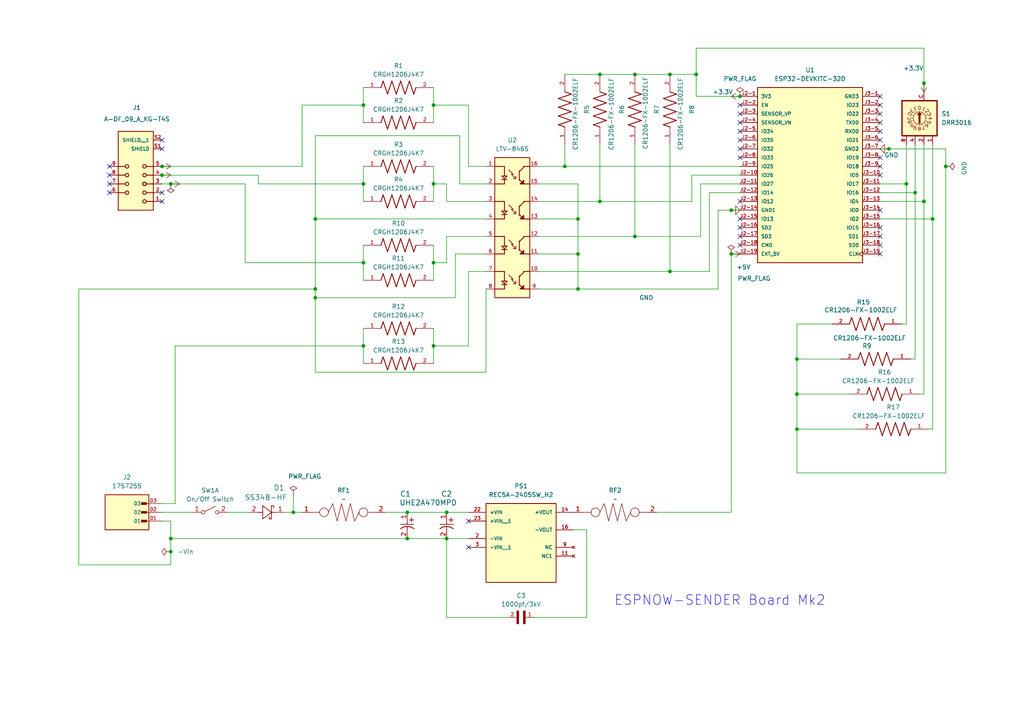
<source format=kicad_sch>
(kicad_sch (version 20250114) (generator "eeschema") (generator_version "9.0")
  (paper "A4")
  (lib_symbols
    (symbol "1757255:1757255" (pin_names (offset 1.016))
      (property "Reference" "J" (at -6.85 5.08 0))
      (property "Value" "1757255" (at -6.35 -7.62 0))
      (symbol "1757255_0_0"
        (pin passive line (at -10.16 2.54 0) (length 5.08) (name "01") (number "01"))
        (pin passive line (at -10.16 0 0) (length 5.08) (name "02") (number "02"))
        (pin passive line (at -10.16 -2.54 0) (length 5.08) (name "03") (number "03"))
      )
    )
    (symbol "2025-03-08_07-44-24:SS34B-HF" (pin_names (offset 0.254))
      (property "Reference" "CR" (at 5.08 4.445 0))
      (property "Value" "SS34B-HF" (at 5.08 -3.81 0))
      (symbol "SS34B-HF_0_1"
        (pin unspecified line (at 0 0 0) (length 2.54) (name "") (number "2"))
        (pin unspecified line (at 10.16 0 180) (length 2.54) (name "") (number "1"))
      )
    )
    (symbol "2025-04-04_11-54-12:UHE2A470MPD" (pin_names (offset 0.254))
      (property "Reference" "C" (at 3.81 3.81 0))
      (property "Value" "UHE2A470MPD" (at 3.81 -3.81 0))
      (symbol "UHE2A470MPD_1_1"
        (pin unspecified line (at 0 0 0) (length 2.54) (name "") (number "1"))
        (pin unspecified line (at 7.62 0 180) (length 2.54) (name "") (number "2"))
      )
      (symbol "UHE2A470MPD_1_2"
        (pin unspecified line (at 0 0 270) (length 2.54) (name "") (number "2"))
        (pin unspecified line (at 0 -7.62 90) (length 2.54) (name "") (number "1"))
      )
    )
    (symbol "A-DF_09_A_KG-T4S:A-DF_09_A_KG-T4S" (pin_names (offset 1.016))
      (property "Reference" "J" (at -5.08 10.795 0))
      (property "Value" "A-DF_09_A_KG-T4S" (at -5.08 -15.24 0))
      (symbol "A-DF_09_A_KG-T4S_0_0"
        (pin passive line (at -7.62 7.62 0) (length 2.54) (name "~") (number "1"))
        (pin passive line (at -7.62 5.08 0) (length 2.54) (name "~") (number "2"))
        (pin passive line (at -7.62 2.54 0) (length 2.54) (name "~") (number "3"))
        (pin passive line (at -7.62 0 0) (length 2.54) (name "~") (number "4"))
        (pin passive line (at -7.62 -2.54 0) (length 2.54) (name "~") (number "5"))
        (pin passive line (at -7.62 -7.62 0) (length 2.54) (name "SHIELD") (number "S1"))
        (pin passive line (at -7.62 -10.16 0) (length 2.54) (name "SHIELD__1") (number "S2"))
        (pin passive line (at 7.62 5.08 180) (length 2.54) (name "~") (number "6"))
        (pin passive line (at 7.62 2.54 180) (length 2.54) (name "~") (number "7"))
        (pin passive line (at 7.62 0 180) (length 2.54) (name "~") (number "8"))
        (pin passive line (at 7.62 -2.54 180) (length 2.54) (name "~") (number "9"))
      )
    )
    (symbol "CL31B106KAHNNNE:CL31B106KAHNNNE" (pin_names (offset 1.016))
      (property "Reference" "C" (at 0 3.81 0))
      (property "Value" "CL31B106KAHNNNE" (at 0 -5.08 0))
      (symbol "CL31B106KAHNNNE_0_0"
        (pin passive line (at -2.54 0 0) (length 2.54) (name "~") (number "2"))
        (pin passive line (at 5.08 0 180) (length 2.54) (name "~") (number "1"))
      )
    )
    (symbol "CR1206-FX-1002ELF:CR1206-FX-1002ELF" (pin_names (offset 1.016))
      (property "Reference" "R" (at -7.6244 2.5415 0))
      (property "Value" "CR1206-FX-1002ELF" (at -7.63 -5.0866 0))
      (symbol "CR1206-FX-1002ELF_0_0"
        (pin passive line (at -10.16 0 0) (length 5.08) (name "~") (number "1"))
        (pin passive line (at 10.16 0 180) (length 5.08) (name "~") (number "2"))
      )
    )
    (symbol "CRGH1206J4K7:CRGH1206J4K7" (pin_names (offset 1.016))
      (property "Reference" "R" (at -7.6244 2.5415 0))
      (property "Value" "CRGH1206J4K7" (at -7.63 -5.0866 0))
      (symbol "CRGH1206J4K7_0_0"
        (pin passive line (at -10.16 0 0) (length 5.08) (name "~") (number "1"))
        (pin passive line (at 10.16 0 180) (length 5.08) (name "~") (number "2"))
      )
    )
    (symbol "DRR3016:DRR3016" (pin_names (offset 1.016))
      (property "Reference" "S" (at -4.4499 -5.0856 90))
      (property "Value" "DRR3016" (at 8.9007 -5.0861 90))
      (symbol "DRR3016_0_0"
        (pin passive line (at -2.54 7.62 270) (length 2.54) (name "~") (number "1"))
        (pin passive line (at 0 7.62 270) (length 2.54) (name "~") (number "2"))
        (pin passive line (at 0 -7.62 90) (length 2.54) (name "~") (number "C"))
        (pin passive line (at 2.54 7.62 270) (length 2.54) (name "~") (number "4"))
        (pin passive line (at 5.08 7.62 270) (length 2.54) (name "~") (number "8"))
      )
    )
    (symbol "ESP32-DEVKITC-32D:ESP32-DEVKITC-32D" (pin_names (offset 1.016))
      (property "Reference" "U" (at -15.2572 26.0643 0))
      (property "Value" "ESP32-DEVKITC-32D" (at -15.2563 -27.9698 0))
      (symbol "ESP32-DEVKITC-32D_0_0"
        (pin power_in line (at -20.32 22.86 0) (length 5.08) (name "3V3") (number "J2-1"))
        (pin input line (at -20.32 20.32 0) (length 5.08) (name "EN") (number "J2-2"))
        (pin input line (at -20.32 17.78 0) (length 5.08) (name "SENSOR_VP") (number "J2-3"))
        (pin input line (at -20.32 15.24 0) (length 5.08) (name "SENSOR_VN") (number "J2-4"))
        (pin bidirectional line (at -20.32 12.7 0) (length 5.08) (name "IO34") (number "J2-5"))
        (pin bidirectional line (at -20.32 10.16 0) (length 5.08) (name "IO35") (number "J2-6"))
        (pin bidirectional line (at -20.32 7.62 0) (length 5.08) (name "IO32") (number "J2-7"))
        (pin bidirectional line (at -20.32 5.08 0) (length 5.08) (name "IO33") (number "J2-8"))
        (pin bidirectional line (at -20.32 2.54 0) (length 5.08) (name "IO25") (number "J2-9"))
        (pin bidirectional line (at -20.32 0 0) (length 5.08) (name "IO26") (number "J2-10"))
        (pin bidirectional line (at -20.32 -2.54 0) (length 5.08) (name "IO27") (number "J2-11"))
        (pin bidirectional line (at -20.32 -5.08 0) (length 5.08) (name "IO14") (number "J2-12"))
        (pin bidirectional line (at -20.32 -7.62 0) (length 5.08) (name "IO12") (number "J2-13"))
        (pin power_in line (at -20.32 -10.16 0) (length 5.08) (name "GND1") (number "J2-14"))
        (pin bidirectional line (at -20.32 -12.7 0) (length 5.08) (name "IO13") (number "J2-15"))
        (pin bidirectional line (at -20.32 -15.24 0) (length 5.08) (name "SD2") (number "J2-16"))
        (pin bidirectional line (at -20.32 -17.78 0) (length 5.08) (name "SD3") (number "J2-17"))
        (pin bidirectional line (at -20.32 -20.32 0) (length 5.08) (name "CMD") (number "J2-18"))
        (pin power_in line (at -20.32 -22.86 0) (length 5.08) (name "EXT_5V") (number "J2-19"))
        (pin power_in line (at 20.32 22.86 180) (length 5.08) (name "GND3") (number "J3-1"))
        (pin bidirectional line (at 20.32 20.32 180) (length 5.08) (name "IO23") (number "J3-2"))
        (pin bidirectional line (at 20.32 17.78 180) (length 5.08) (name "IO22") (number "J3-3"))
        (pin output line (at 20.32 15.24 180) (length 5.08) (name "TXD0") (number "J3-4"))
        (pin input line (at 20.32 12.7 180) (length 5.08) (name "RXD0") (number "J3-5"))
        (pin bidirectional line (at 20.32 10.16 180) (length 5.08) (name "IO21") (number "J3-6"))
        (pin power_in line (at 20.32 7.62 180) (length 5.08) (name "GND2") (number "J3-7"))
        (pin bidirectional line (at 20.32 5.08 180) (length 5.08) (name "IO19") (number "J3-8"))
        (pin bidirectional line (at 20.32 2.54 180) (length 5.08) (name "IO18") (number "J3-9"))
        (pin bidirectional line (at 20.32 0 180) (length 5.08) (name "IO5") (number "J3-10"))
        (pin bidirectional line (at 20.32 -2.54 180) (length 5.08) (name "IO17") (number "J3-11"))
        (pin bidirectional line (at 20.32 -5.08 180) (length 5.08) (name "IO16") (number "J3-12"))
        (pin bidirectional line (at 20.32 -7.62 180) (length 5.08) (name "IO4") (number "J3-13"))
        (pin bidirectional line (at 20.32 -10.16 180) (length 5.08) (name "IO0") (number "J3-14"))
        (pin bidirectional line (at 20.32 -12.7 180) (length 5.08) (name "IO2") (number "J3-15"))
        (pin bidirectional line (at 20.32 -15.24 180) (length 5.08) (name "IO15") (number "J3-16"))
        (pin bidirectional line (at 20.32 -17.78 180) (length 5.08) (name "SD1") (number "J3-17"))
        (pin bidirectional line (at 20.32 -20.32 180) (length 5.08) (name "SD0") (number "J3-18"))
        (pin input clock (at 20.32 -22.86 180) (length 5.08) (name "CLK") (number "J3-19"))
      )
    )
    (symbol "LTV-846S:LTV-846S" (pin_names (offset 1.016))
      (property "Reference" "U" (at -5.08 21.082 0))
      (property "Value" "LTV-846S" (at -5.08 -22.86 0))
      (symbol "LTV-846S_0_0"
        (pin passive line (at -7.62 17.78 0) (length 2.54) (name "~") (number "1"))
        (pin passive line (at -7.62 12.7 0) (length 2.54) (name "~") (number "2"))
        (pin passive line (at -7.62 7.62 0) (length 2.54) (name "~") (number "3"))
        (pin passive line (at -7.62 2.54 0) (length 2.54) (name "~") (number "4"))
        (pin passive line (at -7.62 -2.54 0) (length 2.54) (name "~") (number "5"))
        (pin passive line (at -7.62 -7.62 0) (length 2.54) (name "~") (number "6"))
        (pin passive line (at -7.62 -12.7 0) (length 2.54) (name "~") (number "7"))
        (pin passive line (at -7.62 -17.78 0) (length 2.54) (name "~") (number "8"))
        (pin passive line (at 7.62 17.78 180) (length 2.54) (name "~") (number "16"))
        (pin passive line (at 7.62 12.7 180) (length 2.54) (name "~") (number "15"))
        (pin passive line (at 7.62 7.62 180) (length 2.54) (name "~") (number "14"))
        (pin passive line (at 7.62 2.54 180) (length 2.54) (name "~") (number "13"))
        (pin passive line (at 7.62 -2.54 180) (length 2.54) (name "~") (number "12"))
        (pin passive line (at 7.62 -7.62 180) (length 2.54) (name "~") (number "11"))
        (pin passive line (at 7.62 -12.7 180) (length 2.54) (name "~") (number "10"))
        (pin passive line (at 7.62 -17.78 180) (length 2.54) (name "~") (number "9"))
      )
    )
    (symbol "REC5A-2405SW_H2:REC5A-2405SW_H2" (pin_names (offset 1.016))
      (property "Reference" "PS" (at -10.1639 8.8979 0))
      (property "Value" "REC5A-2405SW_H2" (at -10.1614 -17.7827 0))
      (symbol "REC5A-2405SW_H2_0_0"
        (pin input line (at -15.24 5.08 0) (length 5.08) (name "+VIN") (number "22"))
        (pin input line (at -15.24 2.54 0) (length 5.08) (name "+VIN__1") (number "23"))
        (pin input line (at -15.24 -2.54 0) (length 5.08) (name "-VIN") (number "2"))
        (pin input line (at -15.24 -5.08 0) (length 5.08) (name "-VIN__1") (number "3"))
        (pin output line (at 15.24 5.08 180) (length 5.08) (name "+VOUT") (number "14"))
        (pin output line (at 15.24 0 180) (length 5.08) (name "-VOUT") (number "16"))
        (pin no_connect line (at 15.24 -5.08 180) (length 5.08) (name "NC") (number "9"))
        (pin no_connect line (at 15.24 -7.62 180) (length 5.08) (name "NC1") (number "11"))
      )
    )
    (symbol "Switch:SW_DPST_x2" (pin_names (offset 0) (hide yes))
      (property "Reference" "SW" (at 0 3.175 0))
      (property "Value" "SW_DPST_x2" (at 0 -2.54 0))
      (symbol "SW_DPST_x2_1_1"
        (pin passive line (at -5.08 0 0) (length 2.54) (name "A") (number "1"))
        (pin passive line (at 5.08 0 180) (length 2.54) (name "B") (number "2"))
      )
      (symbol "SW_DPST_x2_2_1"
        (pin passive line (at -5.08 0 0) (length 2.54) (name "A") (number "3"))
        (pin passive line (at 5.08 0 180) (length 2.54) (name "B") (number "4"))
      )
    )
    (symbol "custom_library:reset_fuse"
      (property "Reference" "RF" (at 0 3.81 0))
      (symbol "reset_fuse_1_1"
        (pin bidirectional line (at -12.7 0 0) (length 2.54) (name "") (number "1"))
        (pin bidirectional line (at 11.43 0 180) (length 2.54) (name "") (number "2"))
      )
    )
    (symbol "power:+24V" (power) (pin_numbers (hide yes)) (pin_names (offset 0) (hide yes))
      (property "Value" "+24V" (at 0 3.556 0))
      (symbol "+24V_1_1"
        (pin power_in line (at 0 0 90) (length 0) (name "~") (number "1"))
      )
    )
    (symbol "power:+3.3V" (power) (pin_numbers (hide yes)) (pin_names (offset 0) (hide yes))
      (property "Value" "+3.3V" (at 0 3.556 0))
      (symbol "+3.3V_1_1"
        (pin power_in line (at 0 0 90) (length 0) (name "~") (number "1"))
      )
    )
    (symbol "power:+5V" (power) (pin_numbers (hide yes)) (pin_names (offset 0) (hide yes))
      (property "Value" "+5V" (at 0 3.556 0))
      (symbol "+5V_1_1"
        (pin power_in line (at 0 0 90) (length 0) (name "~") (number "1"))
      )
    )
    (symbol "power:GND" (power) (pin_numbers (hide yes)) (pin_names (offset 0) (hide yes))
      (property "Value" "GND" (at 0 -3.81 0))
      (symbol "GND_1_1"
        (pin power_in line (at 0 0 270) (length 0) (name "~") (number "1"))
      )
    )
    (symbol "power:PWR_FLAG" (power) (pin_numbers (hide yes)) (pin_names (offset 0) (hide yes))
      (property "Value" "PWR_FLAG" (at 0 3.81 0))
      (symbol "PWR_FLAG_0_0"
        (pin power_out line (at 0 0 90) (length 0) (name "~") (number "1"))
      )
    )
  )
  (text "ESPNOW-SENDER Board Mk2\n" (at 208.788 174.244 0) (effects (font (size 2.794 2.794))))
  (junction (at 262.89 53.34))
  (junction (at 231.14 124.46))
  (junction (at 265.43 55.88))
  (junction (at 129.54 156.21))
  (junction (at 194.31 78.74))
  (junction (at 91.44 83.82))
  (junction (at 173.99 58.42))
  (junction (at 105.41 100.33))
  (junction (at 184.15 68.58))
  (junction (at 46.99 50.8))
  (junction (at 91.44 86.36))
  (junction (at 125.73 100.33))
  (junction (at 125.73 76.2))
  (junction (at 49.53 53.34))
  (junction (at 85.09 148.59))
  (junction (at 167.64 73.66))
  (junction (at 91.44 63.5))
  (junction (at 212.09 60.96))
  (junction (at 105.41 53.34))
  (junction (at 167.64 83.82))
  (junction (at 49.53 160.02))
  (junction (at 257.81 43.18))
  (junction (at 274.32 48.26))
  (junction (at 105.41 30.48))
  (junction (at 118.11 156.21))
  (junction (at 167.64 63.5))
  (junction (at 184.15 21.59))
  (junction (at 212.09 73.66))
  (junction (at 194.31 21.59))
  (junction (at 270.51 63.5))
  (junction (at 105.41 76.2))
  (junction (at 49.53 156.21))
  (junction (at 267.97 24.13))
  (junction (at 129.54 148.59))
  (junction (at 118.11 148.59))
  (junction (at 173.99 21.59))
  (junction (at 125.73 53.34))
  (junction (at 163.83 48.26))
  (junction (at 125.73 30.48))
  (junction (at 231.14 104.14))
  (junction (at 267.97 58.42))
  (junction (at 201.93 21.59))
  (junction (at 231.14 114.3))
  (junction (at 46.99 48.26))
  (junction (at 214.63 27.94))
  (no_connect (at 46.99 58.42))
  (no_connect (at 255.27 71.12))
  (no_connect (at 255.27 48.26))
  (no_connect (at 214.63 30.48))
  (no_connect (at 214.63 68.58))
  (no_connect (at 255.27 38.1))
  (no_connect (at 214.63 71.12))
  (no_connect (at 214.63 35.56))
  (no_connect (at 46.99 55.88))
  (no_connect (at 255.27 27.94))
  (no_connect (at 255.27 68.58))
  (no_connect (at 255.27 60.96))
  (no_connect (at 255.27 45.72))
  (no_connect (at 255.27 35.56))
  (no_connect (at 31.75 53.34))
  (no_connect (at 255.27 66.04))
  (no_connect (at 214.63 58.42))
  (no_connect (at 255.27 73.66))
  (no_connect (at 31.75 48.26))
  (no_connect (at 255.27 30.48))
  (no_connect (at 214.63 40.64))
  (no_connect (at 255.27 50.8))
  (no_connect (at 214.63 38.1))
  (no_connect (at 46.99 40.64))
  (no_connect (at 214.63 63.5))
  (no_connect (at 214.63 45.72))
  (no_connect (at 135.89 151.13))
  (no_connect (at 255.27 40.64))
  (no_connect (at 214.63 33.02))
  (no_connect (at 46.99 43.18))
  (no_connect (at 31.75 50.8))
  (no_connect (at 135.89 158.75))
  (no_connect (at 214.63 43.18))
  (no_connect (at 214.63 66.04))
  (no_connect (at 31.75 55.88))
  (no_connect (at 255.27 33.02))
  (wire (pts (xy 125.73 71.12) (xy 125.73 76.2)))
  (wire (pts (xy 231.14 124.46) (xy 231.14 137.16)))
  (wire (pts (xy 190.5 148.59) (xy 212.09 148.59)))
  (wire (pts (xy 267.97 114.3) (xy 266.7 114.3)))
  (wire (pts (xy 105.41 76.2) (xy 105.41 81.28)))
  (wire (pts (xy 212.09 60.96) (xy 208.28 60.96)))
  (wire (pts (xy 49.53 160.02) (xy 49.53 163.83)))
  (wire (pts (xy 125.73 100.33) (xy 135.89 100.33)))
  (wire (pts (xy 267.97 13.97) (xy 267.97 24.13)))
  (wire (pts (xy 246.38 114.3) (xy 231.14 114.3)))
  (wire (pts (xy 167.64 83.82) (xy 208.28 83.82)))
  (wire (pts (xy 129.54 76.2) (xy 129.54 68.58)))
  (wire (pts (xy 262.89 53.34) (xy 262.89 41.91)))
  (wire (pts (xy 105.41 53.34) (xy 105.41 58.42)))
  (wire (pts (xy 166.37 153.67) (xy 170.18 153.67)))
  (wire (pts (xy 267.97 24.13) (xy 267.97 26.67)))
  (wire (pts (xy 201.93 21.59) (xy 201.93 27.94)))
  (wire (pts (xy 231.14 114.3) (xy 231.14 124.46)))
  (wire (pts (xy 156.21 63.5) (xy 167.64 63.5)))
  (wire (pts (xy 212.09 60.96) (xy 214.63 60.96)))
  (wire (pts (xy 173.99 58.42) (xy 200.66 58.42)))
  (wire (pts (xy 262.89 93.98) (xy 262.89 53.34)))
  (wire (pts (xy 184.15 68.58) (xy 203.2 68.58)))
  (wire (pts (xy 170.18 179.07) (xy 170.18 153.67)))
  (wire (pts (xy 156.21 78.74) (xy 194.31 78.74)))
  (wire (pts (xy 132.08 86.36) (xy 91.44 86.36)))
  (wire (pts (xy 91.44 39.37) (xy 91.44 63.5)))
  (wire (pts (xy 241.3 93.98) (xy 231.14 93.98)))
  (wire (pts (xy 173.99 21.59) (xy 184.15 21.59)))
  (wire (pts (xy 129.54 179.07) (xy 147.32 179.07)))
  (wire (pts (xy 129.54 179.07) (xy 129.54 156.21)))
  (wire (pts (xy 255.27 55.88) (xy 265.43 55.88)))
  (wire (pts (xy 129.54 58.42) (xy 140.97 58.42)))
  (wire (pts (xy 105.41 30.48) (xy 105.41 35.56)))
  (wire (pts (xy 133.35 53.34) (xy 140.97 53.34)))
  (wire (pts (xy 156.21 73.66) (xy 167.64 73.66)))
  (wire (pts (xy 118.11 148.59) (xy 129.54 148.59)))
  (wire (pts (xy 205.74 55.88) (xy 205.74 78.74)))
  (wire (pts (xy 85.09 148.59) (xy 87.63 148.59)))
  (wire (pts (xy 140.97 63.5) (xy 91.44 63.5)))
  (wire (pts (xy 163.83 21.59) (xy 173.99 21.59)))
  (wire (pts (xy 267.97 58.42) (xy 267.97 41.91)))
  (wire (pts (xy 49.53 151.13) (xy 49.53 156.21)))
  (wire (pts (xy 46.99 151.13) (xy 49.53 151.13)))
  (wire (pts (xy 46.99 48.26) (xy 87.63 48.26)))
  (wire (pts (xy 129.54 68.58) (xy 140.97 68.58)))
  (wire (pts (xy 262.89 93.98) (xy 261.62 93.98)))
  (wire (pts (xy 125.73 100.33) (xy 125.73 105.41)))
  (wire (pts (xy 125.73 95.25) (xy 125.73 100.33)))
  (wire (pts (xy 105.41 71.12) (xy 105.41 76.2)))
  (wire (pts (xy 156.21 53.34) (xy 167.64 53.34)))
  (wire (pts (xy 231.14 124.46) (xy 248.92 124.46)))
  (wire (pts (xy 257.81 43.18) (xy 274.32 43.18)))
  (wire (pts (xy 22.86 163.83) (xy 22.86 83.82)))
  (wire (pts (xy 87.63 30.48) (xy 105.41 30.48)))
  (wire (pts (xy 46.99 146.05) (xy 50.8 146.05)))
  (wire (pts (xy 154.94 179.07) (xy 170.18 179.07)))
  (wire (pts (xy 140.97 107.95) (xy 91.44 107.95)))
  (wire (pts (xy 125.73 76.2) (xy 125.73 81.28)))
  (wire (pts (xy 163.83 41.91) (xy 163.83 48.26)))
  (wire (pts (xy 156.21 68.58) (xy 184.15 68.58)))
  (wire (pts (xy 257.81 43.18) (xy 255.27 43.18)))
  (wire (pts (xy 270.51 124.46) (xy 269.24 124.46)))
  (wire (pts (xy 255.27 58.42) (xy 267.97 58.42)))
  (wire (pts (xy 274.32 43.18) (xy 274.32 48.26)))
  (wire (pts (xy 200.66 58.42) (xy 200.66 50.8)))
  (wire (pts (xy 105.41 100.33) (xy 105.41 105.41)))
  (wire (pts (xy 49.53 53.34) (xy 71.12 53.34)))
  (wire (pts (xy 50.8 146.05) (xy 50.8 100.33)))
  (wire (pts (xy 212.09 73.66) (xy 214.63 73.66)))
  (wire (pts (xy 203.2 68.58) (xy 203.2 53.34)))
  (wire (pts (xy 270.51 63.5) (xy 270.51 41.91)))
  (wire (pts (xy 105.41 30.48) (xy 105.41 25.4)))
  (wire (pts (xy 163.83 48.26) (xy 214.63 48.26)))
  (wire (pts (xy 135.89 48.26) (xy 140.97 48.26)))
  (wire (pts (xy 255.27 63.5) (xy 270.51 63.5)))
  (wire (pts (xy 125.73 30.48) (xy 125.73 35.56)))
  (wire (pts (xy 125.73 25.4) (xy 125.73 30.48)))
  (wire (pts (xy 129.54 156.21) (xy 118.11 156.21)))
  (wire (pts (xy 267.97 114.3) (xy 267.97 58.42)))
  (wire (pts (xy 194.31 78.74) (xy 205.74 78.74)))
  (wire (pts (xy 74.93 53.34) (xy 105.41 53.34)))
  (wire (pts (xy 105.41 95.25) (xy 105.41 100.33)))
  (wire (pts (xy 125.73 76.2) (xy 129.54 76.2)))
  (wire (pts (xy 167.64 73.66) (xy 167.64 83.82)))
  (wire (pts (xy 201.93 13.97) (xy 267.97 13.97)))
  (wire (pts (xy 274.32 48.26) (xy 274.32 137.16)))
  (wire (pts (xy 22.86 83.82) (xy 91.44 83.82)))
  (wire (pts (xy 167.64 53.34) (xy 167.64 63.5)))
  (wire (pts (xy 87.63 48.26) (xy 87.63 30.48)))
  (wire (pts (xy 133.35 39.37) (xy 133.35 53.34)))
  (wire (pts (xy 194.31 41.91) (xy 194.31 78.74)))
  (wire (pts (xy 135.89 156.21) (xy 129.54 156.21)))
  (wire (pts (xy 105.41 53.34) (xy 105.41 48.26)))
  (wire (pts (xy 66.04 148.59) (xy 72.39 148.59)))
  (wire (pts (xy 49.53 156.21) (xy 49.53 160.02)))
  (wire (pts (xy 203.2 53.34) (xy 214.63 53.34)))
  (wire (pts (xy 201.93 27.94) (xy 214.63 27.94)))
  (wire (pts (xy 111.76 148.59) (xy 118.11 148.59)))
  (wire (pts (xy 50.8 100.33) (xy 105.41 100.33)))
  (wire (pts (xy 265.43 104.14) (xy 264.16 104.14)))
  (wire (pts (xy 265.43 55.88) (xy 265.43 104.14)))
  (wire (pts (xy 49.53 163.83) (xy 22.86 163.83)))
  (wire (pts (xy 118.11 156.21) (xy 49.53 156.21)))
  (wire (pts (xy 205.74 55.88) (xy 214.63 55.88)))
  (wire (pts (xy 231.14 137.16) (xy 274.32 137.16)))
  (wire (pts (xy 167.64 63.5) (xy 167.64 73.66)))
  (wire (pts (xy 85.09 143.51) (xy 85.09 148.59)))
  (wire (pts (xy 167.64 83.82) (xy 156.21 83.82)))
  (wire (pts (xy 201.93 13.97) (xy 201.93 21.59)))
  (wire (pts (xy 129.54 53.34) (xy 129.54 58.42)))
  (wire (pts (xy 125.73 53.34) (xy 129.54 53.34)))
  (wire (pts (xy 74.93 50.8) (xy 74.93 53.34)))
  (wire (pts (xy 132.08 73.66) (xy 132.08 86.36)))
  (wire (pts (xy 200.66 50.8) (xy 214.63 50.8)))
  (wire (pts (xy 132.08 73.66) (xy 140.97 73.66)))
  (wire (pts (xy 156.21 58.42) (xy 173.99 58.42)))
  (wire (pts (xy 231.14 93.98) (xy 231.14 104.14)))
  (wire (pts (xy 91.44 86.36) (xy 91.44 83.82)))
  (wire (pts (xy 71.12 76.2) (xy 105.41 76.2)))
  (wire (pts (xy 231.14 104.14) (xy 231.14 114.3)))
  (wire (pts (xy 140.97 107.95) (xy 140.97 83.82)))
  (wire (pts (xy 265.43 55.88) (xy 265.43 41.91)))
  (wire (pts (xy 194.31 21.59) (xy 201.93 21.59)))
  (wire (pts (xy 46.99 53.34) (xy 49.53 53.34)))
  (wire (pts (xy 135.89 30.48) (xy 135.89 48.26)))
  (wire (pts (xy 255.27 53.34) (xy 262.89 53.34)))
  (wire (pts (xy 91.44 63.5) (xy 91.44 83.82)))
  (wire (pts (xy 46.99 50.8) (xy 74.93 50.8)))
  (wire (pts (xy 125.73 48.26) (xy 125.73 53.34)))
  (wire (pts (xy 125.73 53.34) (xy 125.73 58.42)))
  (wire (pts (xy 135.89 100.33) (xy 135.89 78.74)))
  (wire (pts (xy 129.54 148.59) (xy 135.89 148.59)))
  (wire (pts (xy 91.44 86.36) (xy 91.44 107.95)))
  (wire (pts (xy 82.55 148.59) (xy 85.09 148.59)))
  (wire (pts (xy 156.21 48.26) (xy 163.83 48.26)))
  (wire (pts (xy 243.84 104.14) (xy 231.14 104.14)))
  (wire (pts (xy 46.99 148.59) (xy 55.88 148.59)))
  (wire (pts (xy 125.73 30.48) (xy 135.89 30.48)))
  (wire (pts (xy 184.15 21.59) (xy 194.31 21.59)))
  (wire (pts (xy 173.99 41.91) (xy 173.99 58.42)))
  (wire (pts (xy 91.44 39.37) (xy 133.35 39.37)))
  (wire (pts (xy 184.15 41.91) (xy 184.15 68.58)))
  (wire (pts (xy 71.12 53.34) (xy 71.12 76.2)))
  (wire (pts (xy 270.51 124.46) (xy 270.51 63.5)))
  (wire (pts (xy 212.09 73.66) (xy 212.09 148.59)))
  (wire (pts (xy 208.28 60.96) (xy 208.28 83.82)))
  (wire (pts (xy 135.89 78.74) (xy 140.97 78.74)))
  (symbol (lib_id "ESP32-DEVKITC-32D:ESP32-DEVKITC-32D") (at 234.95 50.8 0) (unit 1)
    (property "Reference" "U1" (at 234.95 20.32 0))
    (property "Value" "ESP32-DEVKITC-32D" (at 234.95 22.86 0))
    (property "Footprint" "footprints:MODULE_ESP32-DEVKITC-32D" (effects (hide yes)))
    (property "MF" "Espressif Systems" (effects (hide yes)))
    (property "MAXIMUM_PACKAGE_HEIGHT" "N/A" (effects (hide yes)))
    (property "Package" "None" (effects (hide yes)))
    (property "Price" "None" (effects (hide yes)))
    (property "Check_prices" "https://www.snapeda.com/parts/ESP32-DEVKITC-32D/Espressif+Systems/view-part/?ref=eda" (effects (hide yes)))
    (property "STANDARD" "Manufacturer Recommendations" (effects (hide yes)))
    (property "PARTREV" "V4" (effects (hide yes)))
    (property "SnapEDA_Link" "https://www.snapeda.com/parts/ESP32-DEVKITC-32D/Espressif+Systems/view-part/?ref=snap" (effects (hide yes)))
    (property "MP" "ESP32-DEVKITC-32D" (effects (hide yes)))
    (property "Description_1" "WiFi Development Tools (802.11) ESP32 General Development Kit, ESP32-WROOM-32D on the board" (effects (hide yes)))
    (property "MANUFACTURER" "Espressif Systems" (effects (hide yes)))
    (property "Availability" "In Stock" (effects (hide yes)))
    (property "SNAPEDA_PN" "ESP32-DEVKITC-32D" (effects (hide yes)))
  )
  (symbol (lib_id "power:PWR_FLAG") (at 85.09 143.51 0) (unit 1)
    (property "Reference" "#FLG02" (effects (hide yes)))
    (property "Value" "PWR_FLAG" (at 83.566 138.176 0) (effects (justify left)))
    (property "Description" "Special symbol for telling ERC where power comes from" (effects (hide yes)))
  )
  (symbol (lib_id "CRGH1206J4K7:CRGH1206J4K7") (at 115.57 35.56 0) (unit 1)
    (property "Reference" "R2" (at 115.57 29.21 0))
    (property "Value" "CRGH1206J4K7" (at 115.57 31.75 0))
    (property "Footprint" "footprints:RESC3115X65N" (effects (hide yes)))
  )
  (symbol (lib_id "power:+24V") (at 49.53 53.34 270) (unit 1)
    (property "Reference" "#PWR07" (effects (hide yes)))
    (property "Value" "+24V" (effects (hide yes)))
    (property "Description" "Power symbol creates a global label with name \"+24V\"" (effects (hide yes)))
  )
  (symbol (lib_id "power:PWR_FLAG") (at 212.09 73.66 0) (unit 1)
    (property "Reference" "#FLG03" (effects (hide yes)))
    (property "Value" "PWR_FLAG" (at 218.694 80.772 0))
    (property "Description" "Special symbol for telling ERC where power comes from" (effects (hide yes)))
  )
  (symbol (lib_id "CRGH1206J4K7:CRGH1206J4K7") (at 115.57 105.41 0) (unit 1)
    (property "Reference" "R13" (at 115.57 99.06 0))
    (property "Value" "CRGH1206J4K7" (at 115.57 101.6 0))
    (property "Footprint" "footprints:RESC3115X65N" (effects (hide yes)))
  )
  (symbol (lib_id "CL31B106KAHNNNE:CL31B106KAHNNNE") (at 149.86 179.07 0) (unit 1)
    (property "Reference" "C3" (at 151.13 172.72 0))
    (property "Value" "1000pf/3kV" (at 151.13 175.26 0))
    (property "Footprint" "footprints:CAPC3216X180N" (effects (hide yes)))
  )
  (symbol (lib_id "power:PWR_FLAG") (at 274.32 48.26 270) (unit 1)
    (property "Reference" "#FLG06" (effects (hide yes)))
    (property "Value" "GND" (at 279.654 46.736 0) (effects (justify left)))
    (property "Description" "Special symbol for telling ERC where power comes from" (effects (hide yes)))
  )
  (symbol (lib_id "CR1206-FX-1002ELF:CR1206-FX-1002ELF") (at 184.15 31.75 90) (unit 1)
    (property "Reference" "R7" (at 190.5 31.75 0))
    (property "Value" "CR1206-FX-1002ELF" (at 187.198 32.766 0))
    (property "Footprint" "footprints:RESC3216X75N" (effects (hide yes)))
  )
  (symbol (lib_id "Switch:SW_DPST_x2") (at 60.96 148.59 0) (unit 1)
    (property "Reference" "SW1" (at 60.96 142.24 0))
    (property "Value" "On/Off Switch" (at 60.96 144.78 0))
    (property "Footprint" "Button_Switch_SMD:Panasonic_EVQPUJ_EVQPUA" (effects (hide yes)))
    (property "Description" "Single Pole Single Throw (SPST) switch, separate symbol" (effects (hide yes)))
  )
  (symbol (lib_id "CR1206-FX-1002ELF:CR1206-FX-1002ELF") (at 251.46 93.98 180) (unit 1)
    (property "Reference" "R9" (at 251.46 100.33 0))
    (property "Value" "CR1206-FX-1002ELF" (at 249.682 89.916 0))
    (property "Footprint" "footprints:RESC3216X75N" (effects (hide yes)))
  )
  (symbol (lib_id "power:+3.3V") (at 267.97 24.13 180) (unit 1)
    (property "Reference" "#PWR013" (effects (hide yes)))
    (property "Value" "+3.3V" (at 264.922 19.812 0))
    (property "Description" "Power symbol creates a global label with name \"+3.3V\"" (effects (hide yes)))
  )
  (symbol (lib_id "CRGH1206J4K7:CRGH1206J4K7") (at 115.57 25.4 0) (unit 1)
    (property "Reference" "R1" (at 115.57 19.05 0))
    (property "Value" "CRGH1206J4K7" (at 115.57 21.59 0))
    (property "Footprint" "footprints:RESC3115X65N" (effects (hide yes)))
  )
  (symbol (lib_id "A-DF_09_A_KG-T4S:A-DF_09_A_KG-T4S") (at 39.37 50.8 180) (unit 1)
    (property "Reference" "J1" (at 40.894 31.242 0) (effects (justify left)))
    (property "Value" "A-DF_09_A_KG-T4S" (at 49.276 34.544 0) (effects (justify left)))
    (property "Footprint" "footprints:ASSMANN_A-DF_09_A_KG-T4S" (effects (hide yes)))
    (property "PARTREV" "05" (effects (hide yes)))
    (property "MANUFACTURER" "Assmann WSW Components" (effects (hide yes)))
    (property "MAXIMUM_PACKAGE_HEIGHT" "12.8mm" (effects (hide yes)))
    (property "STANDARD" "Manufacturer Recommendations" (effects (hide yes)))
  )
  (symbol (lib_id "CR1206-FX-1002ELF:CR1206-FX-1002ELF") (at 259.08 124.46 180) (unit 1)
    (property "Reference" "R17" (at 259.08 118.11 0))
    (property "Value" "CR1206-FX-1002ELF" (at 257.81 120.65 0))
    (property "Footprint" "footprints:RESC3216X75N" (effects (hide yes)))
  )
  (symbol (lib_id "custom_library:reset_fuse") (at 179.07 148.59 0) (unit 1)
    (property "Reference" "RF2" (at 178.435 142.24 0))
    (property "Value" "~" (at 178.435 144.78 0))
    (property "Footprint" "footprints:PTC_RESET_FUSE" (effects (hide yes)))
  )
  (symbol (lib_id "CR1206-FX-1002ELF:CR1206-FX-1002ELF") (at 194.31 31.75 90) (unit 1)
    (property "Reference" "R8" (at 200.66 31.75 0))
    (property "Value" "CR1206-FX-1002ELF" (at 197.358 33.02 0))
    (property "Footprint" "footprints:RESC3216X75N" (effects (hide yes)))
  )
  (symbol (lib_id "power:+3.3V") (at 214.63 27.94 90) (unit 1)
    (property "Reference" "#PWR03" (effects (hide yes)))
    (property "Value" "+3.3V" (at 212.598 26.67 90) (effects (justify left)))
    (property "Description" "Power symbol creates a global label with name \"+3.3V\"" (effects (hide yes)))
  )
  (symbol (lib_id "CRGH1206J4K7:CRGH1206J4K7") (at 115.57 58.42 0) (unit 1)
    (property "Reference" "R4" (at 115.57 52.07 0))
    (property "Value" "CRGH1206J4K7" (at 115.57 54.61 0))
    (property "Footprint" "footprints:RESC3015X65N" (effects (hide yes)))
  )
  (symbol (lib_id "2025-04-04_11-54-12:UHE2A470MPD") (at 118.11 148.59 270) (unit 1)
    (property "Reference" "C1" (at 117.602 143.256 90) (effects (font (size 1.524 1.524))))
    (property "Value" "UHE2A470MPD" (at 124.206 145.796 90) (effects (font (size 1.524 1.524))))
    (property "Footprint" "footprints:PCAP_10x12_5-THRU-ELECT_NCA" (effects (hide yes)))
    (property "Datasheet" "UHE2A470MPD" (effects (hide yes)))
  )
  (symbol (lib_id "CR1206-FX-1002ELF:CR1206-FX-1002ELF") (at 173.99 31.75 90) (unit 1)
    (property "Reference" "R6" (at 180.34 31.75 0))
    (property "Value" "CR1206-FX-1002ELF" (at 177.292 33.02 0))
    (property "Footprint" "footprints:RESC3216X75N" (effects (hide yes)))
  )
  (symbol (lib_id "power:PWR_FLAG") (at 214.63 27.94 0) (unit 1)
    (property "Reference" "#FLG04" (effects (hide yes)))
    (property "Value" "PWR_FLAG" (at 214.63 22.86 0))
    (property "Description" "Special symbol for telling ERC where power comes from" (effects (hide yes)))
  )
  (symbol (lib_id "power:PWR_FLAG") (at 49.53 160.02 90) (unit 1)
    (property "Reference" "#FLG01" (effects (hide yes)))
    (property "Value" "-Vin" (at 56.134 160.02 90) (effects (justify left)))
    (property "Description" "Special symbol for telling ERC where power comes from" (effects (hide yes)))
  )
  (symbol (lib_id "2025-03-08_07-44-24:SS34B-HF") (at 72.39 148.59 0) (unit 1)
    (property "Reference" "D1" (at 82.55 141.478 0) (effects (font (size 1.524 1.524)) (justify right)))
    (property "Value" "SS34B-HF" (at 83.312 144.272 0) (effects (font (size 1.524 1.524)) (justify right)))
    (property "Footprint" "footprints:DO214AASMB_CIP-L" (effects (hide yes)))
    (property "Datasheet" "SS34B-HF" (effects (hide yes)))
  )
  (symbol (lib_id "1757255:1757255") (at 36.83 148.59 180) (unit 1)
    (property "Reference" "J2" (at 36.83 138.43 0))
    (property "Value" "1757255" (at 36.83 140.97 0))
    (property "Footprint" "footprints:PHOENIX_1757255" (effects (hide yes)))
    (property "PARTREV" "28.07.2023" (effects (hide yes)))
    (property "STANDARD" "Manufacturer Recommendations" (effects (hide yes)))
    (property "MANUFACTURER" "Phoenix Contact" (effects (hide yes)))
  )
  (symbol (lib_id "power:+24V") (at 46.99 48.26 270) (unit 1)
    (property "Reference" "#PWR09" (effects (hide yes)))
    (property "Value" "+24V" (effects (hide yes)))
    (property "Description" "Power symbol creates a global label with name \"+24V\"" (effects (hide yes)))
  )
  (symbol (lib_id "DRR3016:DRR3016") (at 267.97 34.29 180) (unit 1)
    (property "Reference" "S1" (at 273.05 33.0199 0) (effects (justify right)))
    (property "Value" "DRR3016" (at 273.05 35.5599 0) (effects (justify right)))
    (property "Footprint" "footprints:DRR3010" (effects (hide yes)))
    (property "MF" "Knitter Switch" (effects (hide yes)))
    (property "Description_1" "Dip Switch Hexadecimal 16 Position Through Hole, Right Angle Rotary for Tool Actuator 30mA 15VDC" (effects (hide yes)))
    (property "Package" "None" (effects (hide yes)))
    (property "MPN" "DRR3016" (effects (hide yes)))
    (property "Price" "None" (effects (hide yes)))
    (property "OC_FARNELL" "9810439" (effects (hide yes)))
    (property "SnapEDA_Link" "https://www.snapeda.com/parts/DRR3016/Knitter+Switch/view-part/?ref=snap" (effects (hide yes)))
    (property "MP" "DRR3016" (effects (hide yes)))
    (property "OC_NEWARK" "96K8699" (effects (hide yes)))
    (property "Availability" "In Stock" (effects (hide yes)))
    (property "Check_prices" "https://www.snapeda.com/parts/DRR3016/Knitter+Switch/view-part/?ref=eda" (effects (hide yes)))
  )
  (symbol (lib_id "power:+24V") (at 46.99 50.8 270) (unit 1)
    (property "Reference" "#PWR08" (effects (hide yes)))
    (property "Value" "+24V" (effects (hide yes)))
    (property "Description" "Power symbol creates a global label with name \"+24V\"" (effects (hide yes)))
  )
  (symbol (lib_id "CRGH1206J4K7:CRGH1206J4K7") (at 115.57 81.28 0) (unit 1)
    (property "Reference" "R11" (at 115.57 74.93 0))
    (property "Value" "CRGH1206J4K7" (at 115.57 77.47 0))
    (property "Footprint" "footprints:RESC3115X65N" (effects (hide yes)))
  )
  (symbol (lib_id "power:PWR_FLAG") (at 49.53 53.34 180) (unit 1)
    (property "Reference" "#FLG05" (effects (hide yes)))
    (property "Value" "PWR_FLAG" (effects (hide yes)))
    (property "Description" "Special symbol for telling ERC where power comes from" (effects (hide yes)))
  )
  (symbol (lib_id "REC5A-2405SW_H2:REC5A-2405SW_H2") (at 151.13 153.67 0) (unit 1)
    (property "Reference" "PS1" (at 151.13 140.97 0))
    (property "Value" "REC5A-2405SW_H2" (at 151.13 143.51 0))
    (property "Footprint" "footprints:CONV_REC5A-2405SW_H2" (effects (hide yes)))
    (property "PARTREV" "N/A" (effects (hide yes)))
    (property "STANDARD" "Manufacturer Recommendations" (effects (hide yes)))
    (property "MAXIMUM_PACKAGE_HEIGHT" "10.20mm" (effects (hide yes)))
    (property "MANUFACTURER" "RECOM" (effects (hide yes)))
  )
  (symbol (lib_id "CRGH1206J4K7:CRGH1206J4K7") (at 115.57 71.12 0) (unit 1)
    (property "Reference" "R10" (at 115.57 64.77 0))
    (property "Value" "CRGH1206J4K7" (at 115.57 67.31 0))
    (property "Footprint" "footprints:RESC3115X65N" (effects (hide yes)))
  )
  (symbol (lib_id "CR1206-FX-1002ELF:CR1206-FX-1002ELF") (at 256.54 114.3 180) (unit 1)
    (property "Reference" "R16" (at 256.54 107.95 0))
    (property "Value" "CR1206-FX-1002ELF" (at 254.762 110.49 0))
    (property "Footprint" "footprints:RESC3216X75N" (effects (hide yes)))
  )
  (symbol (lib_id "power:+5V") (at 212.09 73.66 270) (unit 1)
    (property "Reference" "#PWR011" (effects (hide yes)))
    (property "Value" "+5V" (at 213.614 77.47 90) (effects (justify left)))
    (property "Description" "Power symbol creates a global label with name \"+5V\"" (effects (hide yes)))
  )
  (symbol (lib_id "LTV-846S:LTV-846S") (at 148.59 66.04 0) (unit 1)
    (property "Reference" "U2" (at 148.59 40.64 0))
    (property "Value" "LTV-846S" (at 148.59 43.18 0))
    (property "Footprint" "footprints:SOIC254P1016X460-16N" (effects (hide yes)))
    (property "PARTREV" "H" (effects (hide yes)))
    (property "MANUFACTURER" "Lite-on" (effects (hide yes)))
    (property "MAXIMUM_PACKAGE_HEIGHT" "4.6mm" (effects (hide yes)))
    (property "STANDARD" "IPC-7351B" (effects (hide yes)))
  )
  (symbol (lib_id "CRGH1206J4K7:CRGH1206J4K7") (at 115.57 95.25 0) (unit 1)
    (property "Reference" "R12" (at 115.57 88.9 0))
    (property "Value" "CRGH1206J4K7" (at 115.57 91.44 0))
    (property "Footprint" "footprints:RESC3115X65N" (effects (hide yes)))
  )
  (symbol (lib_id "power:GND") (at 257.81 43.18 270) (unit 1)
    (property "Reference" "#PWR05" (effects (hide yes)))
    (property "Value" "GND" (at 260.604 44.958 90) (effects (justify right)))
    (property "Description" "Power symbol creates a global label with name \"GND\" , ground" (effects (hide yes)))
  )
  (symbol (lib_id "custom_library:reset_fuse") (at 100.33 148.59 0) (unit 1)
    (property "Reference" "RF1" (at 99.695 142.24 0))
    (property "Value" "~" (at 99.695 144.78 0))
    (property "Footprint" "footprints:PTC_RESET_FUSE" (effects (hide yes)))
  )
  (symbol (lib_id "CRGH1206J4K7:CRGH1206J4K7") (at 115.57 48.26 0) (unit 1)
    (property "Reference" "R3" (at 115.57 41.91 0))
    (property "Value" "CRGH1206J4K7" (at 115.57 44.45 0))
    (property "Footprint" "footprints:RESC3115X65N" (effects (hide yes)))
  )
  (symbol (lib_id "CR1206-FX-1002ELF:CR1206-FX-1002ELF") (at 254 104.14 180) (unit 1)
    (property "Reference" "R15" (at 250.444 87.63 0))
    (property "Value" "CR1206-FX-1002ELF" (at 252.222 98.044 0))
    (property "Footprint" "footprints:RESC3216X75N" (effects (hide yes)))
  )
  (symbol (lib_id "CR1206-FX-1002ELF:CR1206-FX-1002ELF") (at 163.83 31.75 90) (unit 1)
    (property "Reference" "R5" (at 170.18 31.75 0))
    (property "Value" "CR1206-FX-1002ELF" (at 166.878 33.02 0))
    (property "Footprint" "footprints:RESC3216X75N" (effects (hide yes)))
  )
  (symbol (lib_id "power:GND") (at 212.09 60.96 90) (unit 1)
    (property "Reference" "#PWR022" (effects (hide yes)))
    (property "Value" "GND" (at 185.42 86.36 90) (effects (justify right)))
    (property "Description" "Power symbol creates a global label with name \"GND\" , ground" (effects (hide yes)))
  )
  (symbol (lib_id "2025-04-04_11-54-12:UHE2A470MPD") (at 129.54 148.59 270) (unit 1)
    (property "Reference" "C2" (at 129.54 143.256 90) (effects (font (size 1.524 1.524))))
    (property "Value" "UHE2A470MPD" (effects (hide yes)))
    (property "Footprint" "footprints:PCAP_10x12_5-THRU-ELECT_NCA" (effects (hide yes)))
    (property "Datasheet" "UHE2A470MPD" (effects (hide yes)))
  )
)
</source>
